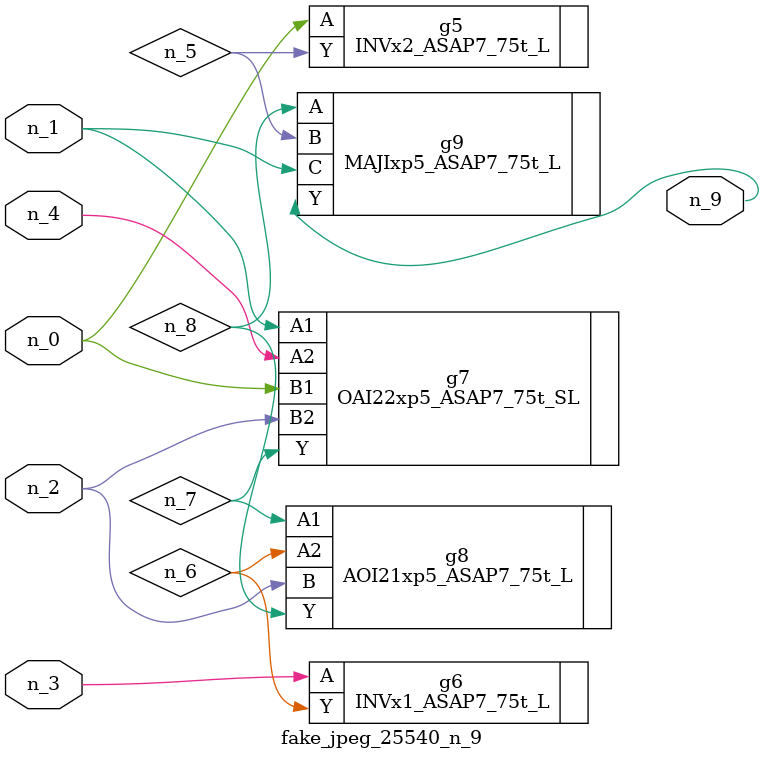
<source format=v>
module fake_jpeg_25540_n_9 (n_3, n_2, n_1, n_0, n_4, n_9);

input n_3;
input n_2;
input n_1;
input n_0;
input n_4;

output n_9;

wire n_8;
wire n_6;
wire n_5;
wire n_7;

INVx2_ASAP7_75t_L g5 ( 
.A(n_0),
.Y(n_5)
);

INVx1_ASAP7_75t_L g6 ( 
.A(n_3),
.Y(n_6)
);

OAI22xp5_ASAP7_75t_SL g7 ( 
.A1(n_1),
.A2(n_4),
.B1(n_0),
.B2(n_2),
.Y(n_7)
);

AOI21xp5_ASAP7_75t_L g8 ( 
.A1(n_7),
.A2(n_6),
.B(n_2),
.Y(n_8)
);

MAJIxp5_ASAP7_75t_L g9 ( 
.A(n_8),
.B(n_5),
.C(n_1),
.Y(n_9)
);


endmodule
</source>
